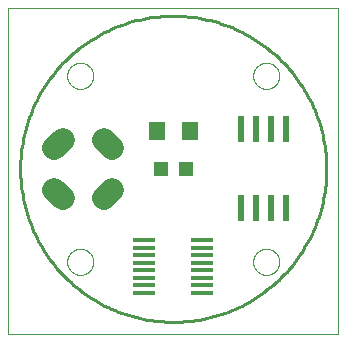
<source format=gtp>
G75*
%MOIN*%
%OFA0B0*%
%FSLAX25Y25*%
%IPPOS*%
%LPD*%
%AMOC8*
5,1,8,0,0,1.08239X$1,22.5*
%
%ADD10C,0.00000*%
%ADD11C,0.01000*%
%ADD12R,0.05512X0.06299*%
%ADD13R,0.07800X0.01400*%
%ADD14R,0.02400X0.08700*%
%ADD15R,0.04724X0.04724*%
%ADD16C,0.07874*%
D10*
X0006500Y0001500D02*
X0006500Y0110201D01*
X0116421Y0110201D01*
X0116421Y0001500D01*
X0006500Y0001500D01*
X0026150Y0025500D02*
X0026152Y0025631D01*
X0026158Y0025763D01*
X0026168Y0025894D01*
X0026182Y0026024D01*
X0026200Y0026155D01*
X0026221Y0026284D01*
X0026247Y0026413D01*
X0026276Y0026541D01*
X0026310Y0026668D01*
X0026347Y0026794D01*
X0026388Y0026919D01*
X0026433Y0027043D01*
X0026481Y0027165D01*
X0026533Y0027285D01*
X0026589Y0027404D01*
X0026648Y0027522D01*
X0026711Y0027637D01*
X0026777Y0027750D01*
X0026847Y0027862D01*
X0026920Y0027971D01*
X0026996Y0028078D01*
X0027076Y0028183D01*
X0027158Y0028285D01*
X0027244Y0028385D01*
X0027333Y0028482D01*
X0027424Y0028576D01*
X0027518Y0028667D01*
X0027615Y0028756D01*
X0027715Y0028842D01*
X0027817Y0028924D01*
X0027922Y0029004D01*
X0028029Y0029080D01*
X0028138Y0029153D01*
X0028250Y0029223D01*
X0028363Y0029289D01*
X0028478Y0029352D01*
X0028596Y0029411D01*
X0028715Y0029467D01*
X0028835Y0029519D01*
X0028957Y0029567D01*
X0029081Y0029612D01*
X0029206Y0029653D01*
X0029332Y0029690D01*
X0029459Y0029724D01*
X0029587Y0029753D01*
X0029716Y0029779D01*
X0029845Y0029800D01*
X0029976Y0029818D01*
X0030106Y0029832D01*
X0030237Y0029842D01*
X0030369Y0029848D01*
X0030500Y0029850D01*
X0030631Y0029848D01*
X0030763Y0029842D01*
X0030894Y0029832D01*
X0031024Y0029818D01*
X0031155Y0029800D01*
X0031284Y0029779D01*
X0031413Y0029753D01*
X0031541Y0029724D01*
X0031668Y0029690D01*
X0031794Y0029653D01*
X0031919Y0029612D01*
X0032043Y0029567D01*
X0032165Y0029519D01*
X0032285Y0029467D01*
X0032404Y0029411D01*
X0032522Y0029352D01*
X0032637Y0029289D01*
X0032750Y0029223D01*
X0032862Y0029153D01*
X0032971Y0029080D01*
X0033078Y0029004D01*
X0033183Y0028924D01*
X0033285Y0028842D01*
X0033385Y0028756D01*
X0033482Y0028667D01*
X0033576Y0028576D01*
X0033667Y0028482D01*
X0033756Y0028385D01*
X0033842Y0028285D01*
X0033924Y0028183D01*
X0034004Y0028078D01*
X0034080Y0027971D01*
X0034153Y0027862D01*
X0034223Y0027750D01*
X0034289Y0027637D01*
X0034352Y0027522D01*
X0034411Y0027404D01*
X0034467Y0027285D01*
X0034519Y0027165D01*
X0034567Y0027043D01*
X0034612Y0026919D01*
X0034653Y0026794D01*
X0034690Y0026668D01*
X0034724Y0026541D01*
X0034753Y0026413D01*
X0034779Y0026284D01*
X0034800Y0026155D01*
X0034818Y0026024D01*
X0034832Y0025894D01*
X0034842Y0025763D01*
X0034848Y0025631D01*
X0034850Y0025500D01*
X0034848Y0025369D01*
X0034842Y0025237D01*
X0034832Y0025106D01*
X0034818Y0024976D01*
X0034800Y0024845D01*
X0034779Y0024716D01*
X0034753Y0024587D01*
X0034724Y0024459D01*
X0034690Y0024332D01*
X0034653Y0024206D01*
X0034612Y0024081D01*
X0034567Y0023957D01*
X0034519Y0023835D01*
X0034467Y0023715D01*
X0034411Y0023596D01*
X0034352Y0023478D01*
X0034289Y0023363D01*
X0034223Y0023250D01*
X0034153Y0023138D01*
X0034080Y0023029D01*
X0034004Y0022922D01*
X0033924Y0022817D01*
X0033842Y0022715D01*
X0033756Y0022615D01*
X0033667Y0022518D01*
X0033576Y0022424D01*
X0033482Y0022333D01*
X0033385Y0022244D01*
X0033285Y0022158D01*
X0033183Y0022076D01*
X0033078Y0021996D01*
X0032971Y0021920D01*
X0032862Y0021847D01*
X0032750Y0021777D01*
X0032637Y0021711D01*
X0032522Y0021648D01*
X0032404Y0021589D01*
X0032285Y0021533D01*
X0032165Y0021481D01*
X0032043Y0021433D01*
X0031919Y0021388D01*
X0031794Y0021347D01*
X0031668Y0021310D01*
X0031541Y0021276D01*
X0031413Y0021247D01*
X0031284Y0021221D01*
X0031155Y0021200D01*
X0031024Y0021182D01*
X0030894Y0021168D01*
X0030763Y0021158D01*
X0030631Y0021152D01*
X0030500Y0021150D01*
X0030369Y0021152D01*
X0030237Y0021158D01*
X0030106Y0021168D01*
X0029976Y0021182D01*
X0029845Y0021200D01*
X0029716Y0021221D01*
X0029587Y0021247D01*
X0029459Y0021276D01*
X0029332Y0021310D01*
X0029206Y0021347D01*
X0029081Y0021388D01*
X0028957Y0021433D01*
X0028835Y0021481D01*
X0028715Y0021533D01*
X0028596Y0021589D01*
X0028478Y0021648D01*
X0028363Y0021711D01*
X0028250Y0021777D01*
X0028138Y0021847D01*
X0028029Y0021920D01*
X0027922Y0021996D01*
X0027817Y0022076D01*
X0027715Y0022158D01*
X0027615Y0022244D01*
X0027518Y0022333D01*
X0027424Y0022424D01*
X0027333Y0022518D01*
X0027244Y0022615D01*
X0027158Y0022715D01*
X0027076Y0022817D01*
X0026996Y0022922D01*
X0026920Y0023029D01*
X0026847Y0023138D01*
X0026777Y0023250D01*
X0026711Y0023363D01*
X0026648Y0023478D01*
X0026589Y0023596D01*
X0026533Y0023715D01*
X0026481Y0023835D01*
X0026433Y0023957D01*
X0026388Y0024081D01*
X0026347Y0024206D01*
X0026310Y0024332D01*
X0026276Y0024459D01*
X0026247Y0024587D01*
X0026221Y0024716D01*
X0026200Y0024845D01*
X0026182Y0024976D01*
X0026168Y0025106D01*
X0026158Y0025237D01*
X0026152Y0025369D01*
X0026150Y0025500D01*
X0088150Y0025500D02*
X0088152Y0025631D01*
X0088158Y0025763D01*
X0088168Y0025894D01*
X0088182Y0026024D01*
X0088200Y0026155D01*
X0088221Y0026284D01*
X0088247Y0026413D01*
X0088276Y0026541D01*
X0088310Y0026668D01*
X0088347Y0026794D01*
X0088388Y0026919D01*
X0088433Y0027043D01*
X0088481Y0027165D01*
X0088533Y0027285D01*
X0088589Y0027404D01*
X0088648Y0027522D01*
X0088711Y0027637D01*
X0088777Y0027750D01*
X0088847Y0027862D01*
X0088920Y0027971D01*
X0088996Y0028078D01*
X0089076Y0028183D01*
X0089158Y0028285D01*
X0089244Y0028385D01*
X0089333Y0028482D01*
X0089424Y0028576D01*
X0089518Y0028667D01*
X0089615Y0028756D01*
X0089715Y0028842D01*
X0089817Y0028924D01*
X0089922Y0029004D01*
X0090029Y0029080D01*
X0090138Y0029153D01*
X0090250Y0029223D01*
X0090363Y0029289D01*
X0090478Y0029352D01*
X0090596Y0029411D01*
X0090715Y0029467D01*
X0090835Y0029519D01*
X0090957Y0029567D01*
X0091081Y0029612D01*
X0091206Y0029653D01*
X0091332Y0029690D01*
X0091459Y0029724D01*
X0091587Y0029753D01*
X0091716Y0029779D01*
X0091845Y0029800D01*
X0091976Y0029818D01*
X0092106Y0029832D01*
X0092237Y0029842D01*
X0092369Y0029848D01*
X0092500Y0029850D01*
X0092631Y0029848D01*
X0092763Y0029842D01*
X0092894Y0029832D01*
X0093024Y0029818D01*
X0093155Y0029800D01*
X0093284Y0029779D01*
X0093413Y0029753D01*
X0093541Y0029724D01*
X0093668Y0029690D01*
X0093794Y0029653D01*
X0093919Y0029612D01*
X0094043Y0029567D01*
X0094165Y0029519D01*
X0094285Y0029467D01*
X0094404Y0029411D01*
X0094522Y0029352D01*
X0094637Y0029289D01*
X0094750Y0029223D01*
X0094862Y0029153D01*
X0094971Y0029080D01*
X0095078Y0029004D01*
X0095183Y0028924D01*
X0095285Y0028842D01*
X0095385Y0028756D01*
X0095482Y0028667D01*
X0095576Y0028576D01*
X0095667Y0028482D01*
X0095756Y0028385D01*
X0095842Y0028285D01*
X0095924Y0028183D01*
X0096004Y0028078D01*
X0096080Y0027971D01*
X0096153Y0027862D01*
X0096223Y0027750D01*
X0096289Y0027637D01*
X0096352Y0027522D01*
X0096411Y0027404D01*
X0096467Y0027285D01*
X0096519Y0027165D01*
X0096567Y0027043D01*
X0096612Y0026919D01*
X0096653Y0026794D01*
X0096690Y0026668D01*
X0096724Y0026541D01*
X0096753Y0026413D01*
X0096779Y0026284D01*
X0096800Y0026155D01*
X0096818Y0026024D01*
X0096832Y0025894D01*
X0096842Y0025763D01*
X0096848Y0025631D01*
X0096850Y0025500D01*
X0096848Y0025369D01*
X0096842Y0025237D01*
X0096832Y0025106D01*
X0096818Y0024976D01*
X0096800Y0024845D01*
X0096779Y0024716D01*
X0096753Y0024587D01*
X0096724Y0024459D01*
X0096690Y0024332D01*
X0096653Y0024206D01*
X0096612Y0024081D01*
X0096567Y0023957D01*
X0096519Y0023835D01*
X0096467Y0023715D01*
X0096411Y0023596D01*
X0096352Y0023478D01*
X0096289Y0023363D01*
X0096223Y0023250D01*
X0096153Y0023138D01*
X0096080Y0023029D01*
X0096004Y0022922D01*
X0095924Y0022817D01*
X0095842Y0022715D01*
X0095756Y0022615D01*
X0095667Y0022518D01*
X0095576Y0022424D01*
X0095482Y0022333D01*
X0095385Y0022244D01*
X0095285Y0022158D01*
X0095183Y0022076D01*
X0095078Y0021996D01*
X0094971Y0021920D01*
X0094862Y0021847D01*
X0094750Y0021777D01*
X0094637Y0021711D01*
X0094522Y0021648D01*
X0094404Y0021589D01*
X0094285Y0021533D01*
X0094165Y0021481D01*
X0094043Y0021433D01*
X0093919Y0021388D01*
X0093794Y0021347D01*
X0093668Y0021310D01*
X0093541Y0021276D01*
X0093413Y0021247D01*
X0093284Y0021221D01*
X0093155Y0021200D01*
X0093024Y0021182D01*
X0092894Y0021168D01*
X0092763Y0021158D01*
X0092631Y0021152D01*
X0092500Y0021150D01*
X0092369Y0021152D01*
X0092237Y0021158D01*
X0092106Y0021168D01*
X0091976Y0021182D01*
X0091845Y0021200D01*
X0091716Y0021221D01*
X0091587Y0021247D01*
X0091459Y0021276D01*
X0091332Y0021310D01*
X0091206Y0021347D01*
X0091081Y0021388D01*
X0090957Y0021433D01*
X0090835Y0021481D01*
X0090715Y0021533D01*
X0090596Y0021589D01*
X0090478Y0021648D01*
X0090363Y0021711D01*
X0090250Y0021777D01*
X0090138Y0021847D01*
X0090029Y0021920D01*
X0089922Y0021996D01*
X0089817Y0022076D01*
X0089715Y0022158D01*
X0089615Y0022244D01*
X0089518Y0022333D01*
X0089424Y0022424D01*
X0089333Y0022518D01*
X0089244Y0022615D01*
X0089158Y0022715D01*
X0089076Y0022817D01*
X0088996Y0022922D01*
X0088920Y0023029D01*
X0088847Y0023138D01*
X0088777Y0023250D01*
X0088711Y0023363D01*
X0088648Y0023478D01*
X0088589Y0023596D01*
X0088533Y0023715D01*
X0088481Y0023835D01*
X0088433Y0023957D01*
X0088388Y0024081D01*
X0088347Y0024206D01*
X0088310Y0024332D01*
X0088276Y0024459D01*
X0088247Y0024587D01*
X0088221Y0024716D01*
X0088200Y0024845D01*
X0088182Y0024976D01*
X0088168Y0025106D01*
X0088158Y0025237D01*
X0088152Y0025369D01*
X0088150Y0025500D01*
X0088150Y0087500D02*
X0088152Y0087631D01*
X0088158Y0087763D01*
X0088168Y0087894D01*
X0088182Y0088024D01*
X0088200Y0088155D01*
X0088221Y0088284D01*
X0088247Y0088413D01*
X0088276Y0088541D01*
X0088310Y0088668D01*
X0088347Y0088794D01*
X0088388Y0088919D01*
X0088433Y0089043D01*
X0088481Y0089165D01*
X0088533Y0089285D01*
X0088589Y0089404D01*
X0088648Y0089522D01*
X0088711Y0089637D01*
X0088777Y0089750D01*
X0088847Y0089862D01*
X0088920Y0089971D01*
X0088996Y0090078D01*
X0089076Y0090183D01*
X0089158Y0090285D01*
X0089244Y0090385D01*
X0089333Y0090482D01*
X0089424Y0090576D01*
X0089518Y0090667D01*
X0089615Y0090756D01*
X0089715Y0090842D01*
X0089817Y0090924D01*
X0089922Y0091004D01*
X0090029Y0091080D01*
X0090138Y0091153D01*
X0090250Y0091223D01*
X0090363Y0091289D01*
X0090478Y0091352D01*
X0090596Y0091411D01*
X0090715Y0091467D01*
X0090835Y0091519D01*
X0090957Y0091567D01*
X0091081Y0091612D01*
X0091206Y0091653D01*
X0091332Y0091690D01*
X0091459Y0091724D01*
X0091587Y0091753D01*
X0091716Y0091779D01*
X0091845Y0091800D01*
X0091976Y0091818D01*
X0092106Y0091832D01*
X0092237Y0091842D01*
X0092369Y0091848D01*
X0092500Y0091850D01*
X0092631Y0091848D01*
X0092763Y0091842D01*
X0092894Y0091832D01*
X0093024Y0091818D01*
X0093155Y0091800D01*
X0093284Y0091779D01*
X0093413Y0091753D01*
X0093541Y0091724D01*
X0093668Y0091690D01*
X0093794Y0091653D01*
X0093919Y0091612D01*
X0094043Y0091567D01*
X0094165Y0091519D01*
X0094285Y0091467D01*
X0094404Y0091411D01*
X0094522Y0091352D01*
X0094637Y0091289D01*
X0094750Y0091223D01*
X0094862Y0091153D01*
X0094971Y0091080D01*
X0095078Y0091004D01*
X0095183Y0090924D01*
X0095285Y0090842D01*
X0095385Y0090756D01*
X0095482Y0090667D01*
X0095576Y0090576D01*
X0095667Y0090482D01*
X0095756Y0090385D01*
X0095842Y0090285D01*
X0095924Y0090183D01*
X0096004Y0090078D01*
X0096080Y0089971D01*
X0096153Y0089862D01*
X0096223Y0089750D01*
X0096289Y0089637D01*
X0096352Y0089522D01*
X0096411Y0089404D01*
X0096467Y0089285D01*
X0096519Y0089165D01*
X0096567Y0089043D01*
X0096612Y0088919D01*
X0096653Y0088794D01*
X0096690Y0088668D01*
X0096724Y0088541D01*
X0096753Y0088413D01*
X0096779Y0088284D01*
X0096800Y0088155D01*
X0096818Y0088024D01*
X0096832Y0087894D01*
X0096842Y0087763D01*
X0096848Y0087631D01*
X0096850Y0087500D01*
X0096848Y0087369D01*
X0096842Y0087237D01*
X0096832Y0087106D01*
X0096818Y0086976D01*
X0096800Y0086845D01*
X0096779Y0086716D01*
X0096753Y0086587D01*
X0096724Y0086459D01*
X0096690Y0086332D01*
X0096653Y0086206D01*
X0096612Y0086081D01*
X0096567Y0085957D01*
X0096519Y0085835D01*
X0096467Y0085715D01*
X0096411Y0085596D01*
X0096352Y0085478D01*
X0096289Y0085363D01*
X0096223Y0085250D01*
X0096153Y0085138D01*
X0096080Y0085029D01*
X0096004Y0084922D01*
X0095924Y0084817D01*
X0095842Y0084715D01*
X0095756Y0084615D01*
X0095667Y0084518D01*
X0095576Y0084424D01*
X0095482Y0084333D01*
X0095385Y0084244D01*
X0095285Y0084158D01*
X0095183Y0084076D01*
X0095078Y0083996D01*
X0094971Y0083920D01*
X0094862Y0083847D01*
X0094750Y0083777D01*
X0094637Y0083711D01*
X0094522Y0083648D01*
X0094404Y0083589D01*
X0094285Y0083533D01*
X0094165Y0083481D01*
X0094043Y0083433D01*
X0093919Y0083388D01*
X0093794Y0083347D01*
X0093668Y0083310D01*
X0093541Y0083276D01*
X0093413Y0083247D01*
X0093284Y0083221D01*
X0093155Y0083200D01*
X0093024Y0083182D01*
X0092894Y0083168D01*
X0092763Y0083158D01*
X0092631Y0083152D01*
X0092500Y0083150D01*
X0092369Y0083152D01*
X0092237Y0083158D01*
X0092106Y0083168D01*
X0091976Y0083182D01*
X0091845Y0083200D01*
X0091716Y0083221D01*
X0091587Y0083247D01*
X0091459Y0083276D01*
X0091332Y0083310D01*
X0091206Y0083347D01*
X0091081Y0083388D01*
X0090957Y0083433D01*
X0090835Y0083481D01*
X0090715Y0083533D01*
X0090596Y0083589D01*
X0090478Y0083648D01*
X0090363Y0083711D01*
X0090250Y0083777D01*
X0090138Y0083847D01*
X0090029Y0083920D01*
X0089922Y0083996D01*
X0089817Y0084076D01*
X0089715Y0084158D01*
X0089615Y0084244D01*
X0089518Y0084333D01*
X0089424Y0084424D01*
X0089333Y0084518D01*
X0089244Y0084615D01*
X0089158Y0084715D01*
X0089076Y0084817D01*
X0088996Y0084922D01*
X0088920Y0085029D01*
X0088847Y0085138D01*
X0088777Y0085250D01*
X0088711Y0085363D01*
X0088648Y0085478D01*
X0088589Y0085596D01*
X0088533Y0085715D01*
X0088481Y0085835D01*
X0088433Y0085957D01*
X0088388Y0086081D01*
X0088347Y0086206D01*
X0088310Y0086332D01*
X0088276Y0086459D01*
X0088247Y0086587D01*
X0088221Y0086716D01*
X0088200Y0086845D01*
X0088182Y0086976D01*
X0088168Y0087106D01*
X0088158Y0087237D01*
X0088152Y0087369D01*
X0088150Y0087500D01*
X0026150Y0087500D02*
X0026152Y0087631D01*
X0026158Y0087763D01*
X0026168Y0087894D01*
X0026182Y0088024D01*
X0026200Y0088155D01*
X0026221Y0088284D01*
X0026247Y0088413D01*
X0026276Y0088541D01*
X0026310Y0088668D01*
X0026347Y0088794D01*
X0026388Y0088919D01*
X0026433Y0089043D01*
X0026481Y0089165D01*
X0026533Y0089285D01*
X0026589Y0089404D01*
X0026648Y0089522D01*
X0026711Y0089637D01*
X0026777Y0089750D01*
X0026847Y0089862D01*
X0026920Y0089971D01*
X0026996Y0090078D01*
X0027076Y0090183D01*
X0027158Y0090285D01*
X0027244Y0090385D01*
X0027333Y0090482D01*
X0027424Y0090576D01*
X0027518Y0090667D01*
X0027615Y0090756D01*
X0027715Y0090842D01*
X0027817Y0090924D01*
X0027922Y0091004D01*
X0028029Y0091080D01*
X0028138Y0091153D01*
X0028250Y0091223D01*
X0028363Y0091289D01*
X0028478Y0091352D01*
X0028596Y0091411D01*
X0028715Y0091467D01*
X0028835Y0091519D01*
X0028957Y0091567D01*
X0029081Y0091612D01*
X0029206Y0091653D01*
X0029332Y0091690D01*
X0029459Y0091724D01*
X0029587Y0091753D01*
X0029716Y0091779D01*
X0029845Y0091800D01*
X0029976Y0091818D01*
X0030106Y0091832D01*
X0030237Y0091842D01*
X0030369Y0091848D01*
X0030500Y0091850D01*
X0030631Y0091848D01*
X0030763Y0091842D01*
X0030894Y0091832D01*
X0031024Y0091818D01*
X0031155Y0091800D01*
X0031284Y0091779D01*
X0031413Y0091753D01*
X0031541Y0091724D01*
X0031668Y0091690D01*
X0031794Y0091653D01*
X0031919Y0091612D01*
X0032043Y0091567D01*
X0032165Y0091519D01*
X0032285Y0091467D01*
X0032404Y0091411D01*
X0032522Y0091352D01*
X0032637Y0091289D01*
X0032750Y0091223D01*
X0032862Y0091153D01*
X0032971Y0091080D01*
X0033078Y0091004D01*
X0033183Y0090924D01*
X0033285Y0090842D01*
X0033385Y0090756D01*
X0033482Y0090667D01*
X0033576Y0090576D01*
X0033667Y0090482D01*
X0033756Y0090385D01*
X0033842Y0090285D01*
X0033924Y0090183D01*
X0034004Y0090078D01*
X0034080Y0089971D01*
X0034153Y0089862D01*
X0034223Y0089750D01*
X0034289Y0089637D01*
X0034352Y0089522D01*
X0034411Y0089404D01*
X0034467Y0089285D01*
X0034519Y0089165D01*
X0034567Y0089043D01*
X0034612Y0088919D01*
X0034653Y0088794D01*
X0034690Y0088668D01*
X0034724Y0088541D01*
X0034753Y0088413D01*
X0034779Y0088284D01*
X0034800Y0088155D01*
X0034818Y0088024D01*
X0034832Y0087894D01*
X0034842Y0087763D01*
X0034848Y0087631D01*
X0034850Y0087500D01*
X0034848Y0087369D01*
X0034842Y0087237D01*
X0034832Y0087106D01*
X0034818Y0086976D01*
X0034800Y0086845D01*
X0034779Y0086716D01*
X0034753Y0086587D01*
X0034724Y0086459D01*
X0034690Y0086332D01*
X0034653Y0086206D01*
X0034612Y0086081D01*
X0034567Y0085957D01*
X0034519Y0085835D01*
X0034467Y0085715D01*
X0034411Y0085596D01*
X0034352Y0085478D01*
X0034289Y0085363D01*
X0034223Y0085250D01*
X0034153Y0085138D01*
X0034080Y0085029D01*
X0034004Y0084922D01*
X0033924Y0084817D01*
X0033842Y0084715D01*
X0033756Y0084615D01*
X0033667Y0084518D01*
X0033576Y0084424D01*
X0033482Y0084333D01*
X0033385Y0084244D01*
X0033285Y0084158D01*
X0033183Y0084076D01*
X0033078Y0083996D01*
X0032971Y0083920D01*
X0032862Y0083847D01*
X0032750Y0083777D01*
X0032637Y0083711D01*
X0032522Y0083648D01*
X0032404Y0083589D01*
X0032285Y0083533D01*
X0032165Y0083481D01*
X0032043Y0083433D01*
X0031919Y0083388D01*
X0031794Y0083347D01*
X0031668Y0083310D01*
X0031541Y0083276D01*
X0031413Y0083247D01*
X0031284Y0083221D01*
X0031155Y0083200D01*
X0031024Y0083182D01*
X0030894Y0083168D01*
X0030763Y0083158D01*
X0030631Y0083152D01*
X0030500Y0083150D01*
X0030369Y0083152D01*
X0030237Y0083158D01*
X0030106Y0083168D01*
X0029976Y0083182D01*
X0029845Y0083200D01*
X0029716Y0083221D01*
X0029587Y0083247D01*
X0029459Y0083276D01*
X0029332Y0083310D01*
X0029206Y0083347D01*
X0029081Y0083388D01*
X0028957Y0083433D01*
X0028835Y0083481D01*
X0028715Y0083533D01*
X0028596Y0083589D01*
X0028478Y0083648D01*
X0028363Y0083711D01*
X0028250Y0083777D01*
X0028138Y0083847D01*
X0028029Y0083920D01*
X0027922Y0083996D01*
X0027817Y0084076D01*
X0027715Y0084158D01*
X0027615Y0084244D01*
X0027518Y0084333D01*
X0027424Y0084424D01*
X0027333Y0084518D01*
X0027244Y0084615D01*
X0027158Y0084715D01*
X0027076Y0084817D01*
X0026996Y0084922D01*
X0026920Y0085029D01*
X0026847Y0085138D01*
X0026777Y0085250D01*
X0026711Y0085363D01*
X0026648Y0085478D01*
X0026589Y0085596D01*
X0026533Y0085715D01*
X0026481Y0085835D01*
X0026433Y0085957D01*
X0026388Y0086081D01*
X0026347Y0086206D01*
X0026310Y0086332D01*
X0026276Y0086459D01*
X0026247Y0086587D01*
X0026221Y0086716D01*
X0026200Y0086845D01*
X0026182Y0086976D01*
X0026168Y0087106D01*
X0026158Y0087237D01*
X0026152Y0087369D01*
X0026150Y0087500D01*
D11*
X0010500Y0056500D02*
X0010515Y0057752D01*
X0010561Y0059002D01*
X0010638Y0060252D01*
X0010746Y0061499D01*
X0010884Y0062743D01*
X0011052Y0063983D01*
X0011251Y0065219D01*
X0011480Y0066450D01*
X0011739Y0067674D01*
X0012028Y0068892D01*
X0012347Y0070102D01*
X0012696Y0071305D01*
X0013074Y0072498D01*
X0013481Y0073681D01*
X0013917Y0074855D01*
X0014382Y0076017D01*
X0014875Y0077167D01*
X0015397Y0078305D01*
X0015946Y0079430D01*
X0016522Y0080541D01*
X0017126Y0081638D01*
X0017756Y0082719D01*
X0018412Y0083785D01*
X0019095Y0084834D01*
X0019803Y0085866D01*
X0020536Y0086881D01*
X0021294Y0087877D01*
X0022076Y0088854D01*
X0022882Y0089812D01*
X0023711Y0090750D01*
X0024563Y0091667D01*
X0025438Y0092562D01*
X0026333Y0093437D01*
X0027250Y0094289D01*
X0028188Y0095118D01*
X0029146Y0095924D01*
X0030123Y0096706D01*
X0031119Y0097464D01*
X0032134Y0098197D01*
X0033166Y0098905D01*
X0034215Y0099588D01*
X0035281Y0100244D01*
X0036362Y0100874D01*
X0037459Y0101478D01*
X0038570Y0102054D01*
X0039695Y0102603D01*
X0040833Y0103125D01*
X0041983Y0103618D01*
X0043145Y0104083D01*
X0044319Y0104519D01*
X0045502Y0104926D01*
X0046695Y0105304D01*
X0047898Y0105653D01*
X0049108Y0105972D01*
X0050326Y0106261D01*
X0051550Y0106520D01*
X0052781Y0106749D01*
X0054017Y0106948D01*
X0055257Y0107116D01*
X0056501Y0107254D01*
X0057748Y0107362D01*
X0058998Y0107439D01*
X0060248Y0107485D01*
X0061500Y0107500D01*
X0062752Y0107485D01*
X0064002Y0107439D01*
X0065252Y0107362D01*
X0066499Y0107254D01*
X0067743Y0107116D01*
X0068983Y0106948D01*
X0070219Y0106749D01*
X0071450Y0106520D01*
X0072674Y0106261D01*
X0073892Y0105972D01*
X0075102Y0105653D01*
X0076305Y0105304D01*
X0077498Y0104926D01*
X0078681Y0104519D01*
X0079855Y0104083D01*
X0081017Y0103618D01*
X0082167Y0103125D01*
X0083305Y0102603D01*
X0084430Y0102054D01*
X0085541Y0101478D01*
X0086638Y0100874D01*
X0087719Y0100244D01*
X0088785Y0099588D01*
X0089834Y0098905D01*
X0090866Y0098197D01*
X0091881Y0097464D01*
X0092877Y0096706D01*
X0093854Y0095924D01*
X0094812Y0095118D01*
X0095750Y0094289D01*
X0096667Y0093437D01*
X0097562Y0092562D01*
X0098437Y0091667D01*
X0099289Y0090750D01*
X0100118Y0089812D01*
X0100924Y0088854D01*
X0101706Y0087877D01*
X0102464Y0086881D01*
X0103197Y0085866D01*
X0103905Y0084834D01*
X0104588Y0083785D01*
X0105244Y0082719D01*
X0105874Y0081638D01*
X0106478Y0080541D01*
X0107054Y0079430D01*
X0107603Y0078305D01*
X0108125Y0077167D01*
X0108618Y0076017D01*
X0109083Y0074855D01*
X0109519Y0073681D01*
X0109926Y0072498D01*
X0110304Y0071305D01*
X0110653Y0070102D01*
X0110972Y0068892D01*
X0111261Y0067674D01*
X0111520Y0066450D01*
X0111749Y0065219D01*
X0111948Y0063983D01*
X0112116Y0062743D01*
X0112254Y0061499D01*
X0112362Y0060252D01*
X0112439Y0059002D01*
X0112485Y0057752D01*
X0112500Y0056500D01*
X0112485Y0055248D01*
X0112439Y0053998D01*
X0112362Y0052748D01*
X0112254Y0051501D01*
X0112116Y0050257D01*
X0111948Y0049017D01*
X0111749Y0047781D01*
X0111520Y0046550D01*
X0111261Y0045326D01*
X0110972Y0044108D01*
X0110653Y0042898D01*
X0110304Y0041695D01*
X0109926Y0040502D01*
X0109519Y0039319D01*
X0109083Y0038145D01*
X0108618Y0036983D01*
X0108125Y0035833D01*
X0107603Y0034695D01*
X0107054Y0033570D01*
X0106478Y0032459D01*
X0105874Y0031362D01*
X0105244Y0030281D01*
X0104588Y0029215D01*
X0103905Y0028166D01*
X0103197Y0027134D01*
X0102464Y0026119D01*
X0101706Y0025123D01*
X0100924Y0024146D01*
X0100118Y0023188D01*
X0099289Y0022250D01*
X0098437Y0021333D01*
X0097562Y0020438D01*
X0096667Y0019563D01*
X0095750Y0018711D01*
X0094812Y0017882D01*
X0093854Y0017076D01*
X0092877Y0016294D01*
X0091881Y0015536D01*
X0090866Y0014803D01*
X0089834Y0014095D01*
X0088785Y0013412D01*
X0087719Y0012756D01*
X0086638Y0012126D01*
X0085541Y0011522D01*
X0084430Y0010946D01*
X0083305Y0010397D01*
X0082167Y0009875D01*
X0081017Y0009382D01*
X0079855Y0008917D01*
X0078681Y0008481D01*
X0077498Y0008074D01*
X0076305Y0007696D01*
X0075102Y0007347D01*
X0073892Y0007028D01*
X0072674Y0006739D01*
X0071450Y0006480D01*
X0070219Y0006251D01*
X0068983Y0006052D01*
X0067743Y0005884D01*
X0066499Y0005746D01*
X0065252Y0005638D01*
X0064002Y0005561D01*
X0062752Y0005515D01*
X0061500Y0005500D01*
X0060248Y0005515D01*
X0058998Y0005561D01*
X0057748Y0005638D01*
X0056501Y0005746D01*
X0055257Y0005884D01*
X0054017Y0006052D01*
X0052781Y0006251D01*
X0051550Y0006480D01*
X0050326Y0006739D01*
X0049108Y0007028D01*
X0047898Y0007347D01*
X0046695Y0007696D01*
X0045502Y0008074D01*
X0044319Y0008481D01*
X0043145Y0008917D01*
X0041983Y0009382D01*
X0040833Y0009875D01*
X0039695Y0010397D01*
X0038570Y0010946D01*
X0037459Y0011522D01*
X0036362Y0012126D01*
X0035281Y0012756D01*
X0034215Y0013412D01*
X0033166Y0014095D01*
X0032134Y0014803D01*
X0031119Y0015536D01*
X0030123Y0016294D01*
X0029146Y0017076D01*
X0028188Y0017882D01*
X0027250Y0018711D01*
X0026333Y0019563D01*
X0025438Y0020438D01*
X0024563Y0021333D01*
X0023711Y0022250D01*
X0022882Y0023188D01*
X0022076Y0024146D01*
X0021294Y0025123D01*
X0020536Y0026119D01*
X0019803Y0027134D01*
X0019095Y0028166D01*
X0018412Y0029215D01*
X0017756Y0030281D01*
X0017126Y0031362D01*
X0016522Y0032459D01*
X0015946Y0033570D01*
X0015397Y0034695D01*
X0014875Y0035833D01*
X0014382Y0036983D01*
X0013917Y0038145D01*
X0013481Y0039319D01*
X0013074Y0040502D01*
X0012696Y0041695D01*
X0012347Y0042898D01*
X0012028Y0044108D01*
X0011739Y0045326D01*
X0011480Y0046550D01*
X0011251Y0047781D01*
X0011052Y0049017D01*
X0010884Y0050257D01*
X0010746Y0051501D01*
X0010638Y0052748D01*
X0010561Y0053998D01*
X0010515Y0055248D01*
X0010500Y0056500D01*
D12*
X0055988Y0069000D03*
X0067012Y0069000D03*
D13*
X0071200Y0032800D03*
X0071200Y0030200D03*
X0071200Y0027800D03*
X0071200Y0025200D03*
X0071200Y0022800D03*
X0071200Y0020200D03*
X0071200Y0017800D03*
X0071200Y0015200D03*
X0051800Y0015200D03*
X0051800Y0017800D03*
X0051800Y0020200D03*
X0051800Y0022800D03*
X0051800Y0025200D03*
X0051800Y0027800D03*
X0051800Y0030200D03*
X0051800Y0032800D03*
D14*
X0084000Y0043300D03*
X0089000Y0043300D03*
X0094000Y0043300D03*
X0099000Y0043300D03*
X0099000Y0069800D03*
X0094000Y0069800D03*
X0089000Y0069800D03*
X0084000Y0069800D03*
D15*
X0065634Y0056500D03*
X0057366Y0056500D03*
D16*
X0041178Y0049604D02*
X0038396Y0046822D01*
X0024604Y0046822D02*
X0021822Y0049604D01*
X0021822Y0063396D02*
X0024604Y0066178D01*
X0038396Y0066178D02*
X0041178Y0063396D01*
M02*

</source>
